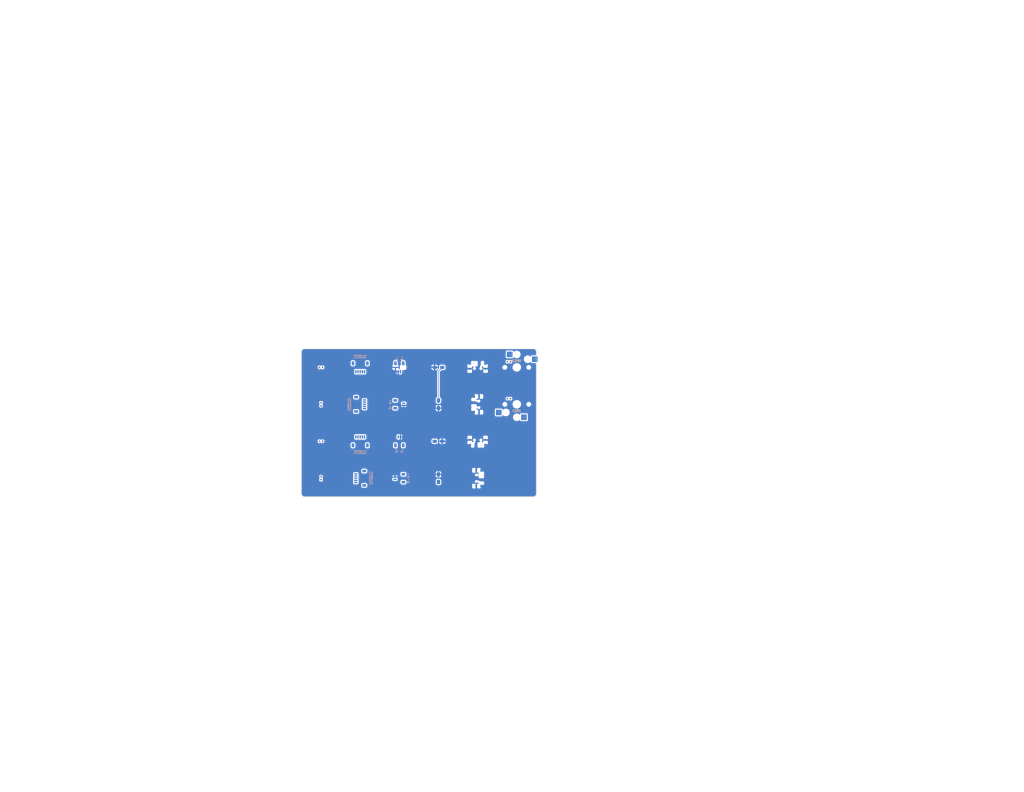
<source format=kicad_pcb>
(kicad_pcb (version 20171130) (host pcbnew 5.1.6)
  (title_block (title test) (rev v1.0.0) (company Unknown))
  (layers (0 F.Cu signal) (31 B.Cu signal) (34 B.Paste user) (35 F.Paste user) (36 B.SilkS user) (37 F.SilkS user) (38 B.Mask user) (39 F.Mask user) (44 Edge.Cuts user))
  (net 0 "")
  (net 1 "f")
  (net 2 "t")
  (net 3 "C5")
  (net 4 "C6")
  (net 5 "R0")
  (net 6 "R1")
  (net 7 "R2")
  (net 8 "BSLI")
  (net 9 "GND")
  (net 10 "RST")
  (net 11 "RAW")
  (net 12 "three")
  (net 13 "thre")
  (net 14 "C5R0D")
  (net 15 "C5R0")
  (net 16 "C5R1D")
  (net 17 "C5R1")
  (net 18 "x")
  (net 19 "y")
  (footprint "D_SOD-523" (layer "B.Cu") (at 0 -51 0)
    (fp_text reference "D1" hide)
    (fp_text value "D_SOD-523")
    (fp_line (start 0.7 0.6) (end -1.15 0.6) (layer "B.SilkS") (width 0.12))
    (fp_line (start 0.7 -0.6) (end -1.15 -0.6) (layer "B.SilkS") (width 0.12))
    (fp_line (start -1.15 -0.6) (end -1.15 0.6) (layer "B.SilkS") (width 0.12))
    (pad "1" smd rect (at -0.7 0 0) (size 0.6 0.7) (layers "B.Cu" "B.Paste" "B.Mask") (net 2 "t"))
    (pad "2" smd rect (at 0.7 0 0) (size 0.6 0.7) (layers "B.Cu" "B.Paste" "B.Mask") (net 1 "f"))
  )
  (footprint "D_SOD-523" (layer "B.Cu") (at 0 -34 90)
    (fp_text reference "D2" hide)
    (fp_text value "D_SOD-523")
    (fp_line (start 0.7 0.6) (end -1.15 0.6) (layer "B.SilkS") (width 0.12))
    (fp_line (start 0.7 -0.6) (end -1.15 -0.6) (layer "B.SilkS") (width 0.12))
    (fp_line (start -1.15 -0.6) (end -1.15 0.6) (layer "B.SilkS") (width 0.12))
    (pad "1" smd rect (at -0.7 0 90) (size 0.6 0.7) (layers "B.Cu" "B.Paste" "B.Mask") (net 2 "t"))
    (pad "2" smd rect (at 0.7 0 90) (size 0.6 0.7) (layers "B.Cu" "B.Paste" "B.Mask") (net 1 "f"))
  )
  (footprint "D_SOD-523" (layer "B.Cu") (at 0 -17 180)
    (fp_text reference "D3" hide)
    (fp_text value "D_SOD-523")
    (fp_line (start 0.7 0.6) (end -1.15 0.6) (layer "B.SilkS") (width 0.12))
    (fp_line (start 0.7 -0.6) (end -1.15 -0.6) (layer "B.SilkS") (width 0.12))
    (fp_line (start -1.15 -0.6) (end -1.15 0.6) (layer "B.SilkS") (width 0.12))
    (pad "1" smd rect (at -0.7 0 180) (size 0.6 0.7) (layers "B.Cu" "B.Paste" "B.Mask") (net 2 "t"))
    (pad "2" smd rect (at 0.7 0 180) (size 0.6 0.7) (layers "B.Cu" "B.Paste" "B.Mask") (net 1 "f"))
  )
  (footprint "D_SOD-523" (layer "B.Cu") (at 0 0 270)
    (fp_text reference "D4" hide)
    (fp_text value "D_SOD-523")
    (fp_line (start 0.7 0.6) (end -1.15 0.6) (layer "B.SilkS") (width 0.12))
    (fp_line (start 0.7 -0.6) (end -1.15 -0.6) (layer "B.SilkS") (width 0.12))
    (fp_line (start -1.15 -0.6) (end -1.15 0.6) (layer "B.SilkS") (width 0.12))
    (pad "1" smd rect (at -0.7 0 270) (size 0.6 0.7) (layers "B.Cu" "B.Paste" "B.Mask") (net 2 "t"))
    (pad "2" smd rect (at 0.7 0 270) (size 0.6 0.7) (layers "B.Cu" "B.Paste" "B.Mask") (net 1 "f"))
  )
  (footprint "JST_SH_SM05B-SRSS-TB_1x05-1MP_P1.00mm_Horizontal" (layer "B.Cu") (at 18 -51 0)
    (fp_text reference "JC1" hide)
    (fp_text user "R2" (at 2.4 -5 90 unlocked) (layer "B.SilkS"))
    (fp_text user "R1" (at 1.2 -5 90 unlocked) (layer "B.SilkS"))
    (fp_text user "R0" (at 0 -5 90 unlocked) (layer "B.SilkS"))
    (fp_text user "C6" (at -1.2 -5 90 unlocked) (layer "B.SilkS"))
    (fp_text user "C5" (at -2.4 -5 90 unlocked) (layer "B.SilkS"))
    (pad "5" smd roundrect (at 2 2 0) (size 0.6 1.55) (layers "B.Cu" "B.Paste" "B.Mask") (net 7 "R2"))
    (pad "4" smd roundrect (at 1 2 0) (size 0.6 1.55) (layers "B.Cu" "B.Paste" "B.Mask") (net 6 "R1"))
    (pad "3" smd roundrect (at 0 2 0) (size 0.6 1.55) (layers "B.Cu" "B.Paste" "B.Mask") (net 5 "R0"))
    (pad "2" smd roundrect (at -1 2 0) (size 0.6 1.55) (layers "B.Cu" "B.Paste" "B.Mask") (net 4 "C6"))
    (pad "1" smd roundrect (at -2 2 0) (size 0.6 1.55) (layers "B.Cu" "B.Paste" "B.Mask") (net 3 "C5"))
    (pad "MP" smd roundrect (at -3.3 -1.875 0) (size 1.2 1.8) (layers "B.Cu" "B.Paste" "B.Mask") (roundrect_rratio 0.208333))
    (pad "MP" smd roundrect (at 3.3 -1.875 0) (size 1.2 1.8) (layers "B.Cu" "B.Paste" "B.Mask") (roundrect_rratio 0.208333))
  )
  (footprint "JST_SH_SM05B-SRSS-TB_1x05-1MP_P1.00mm_Horizontal" (layer "B.Cu") (at 18 -34 90)
    (fp_text reference "JC2" hide)
    (fp_text user "R2" (at 2.4 -5 180 unlocked) (layer "B.SilkS"))
    (fp_text user "R1" (at 1.2 -5 180 unlocked) (layer "B.SilkS"))
    (fp_text user "R0" (at 0 -5 180 unlocked) (layer "B.SilkS"))
    (fp_text user "C6" (at -1.2 -5 180 unlocked) (layer "B.SilkS"))
    (fp_text user "C5" (at -2.4 -5 180 unlocked) (layer "B.SilkS"))
    (pad "5" smd roundrect (at 2 2 90) (size 0.6 1.55) (layers "B.Cu" "B.Paste" "B.Mask") (net 7 "R2"))
    (pad "4" smd roundrect (at 1 2 90) (size 0.6 1.55) (layers "B.Cu" "B.Paste" "B.Mask") (net 6 "R1"))
    (pad "3" smd roundrect (at 0 2 90) (size 0.6 1.55) (layers "B.Cu" "B.Paste" "B.Mask") (net 5 "R0"))
    (pad "2" smd roundrect (at -1 2 90) (size 0.6 1.55) (layers "B.Cu" "B.Paste" "B.Mask") (net 4 "C6"))
    (pad "1" smd roundrect (at -2 2 90) (size 0.6 1.55) (layers "B.Cu" "B.Paste" "B.Mask") (net 3 "C5"))
    (pad "MP" smd roundrect (at -3.3 -1.875 90) (size 1.2 1.8) (layers "B.Cu" "B.Paste" "B.Mask") (roundrect_rratio 0.208333))
    (pad "MP" smd roundrect (at 3.3 -1.875 90) (size 1.2 1.8) (layers "B.Cu" "B.Paste" "B.Mask") (roundrect_rratio 0.208333))
  )
  (footprint "JST_SH_SM05B-SRSS-TB_1x05-1MP_P1.00mm_Horizontal" (layer "B.Cu") (at 18 -17 180)
    (fp_text reference "JC3" hide)
    (fp_text user "R2" (at 2.4 -5 270 unlocked) (layer "B.SilkS"))
    (fp_text user "R1" (at 1.2 -5 270 unlocked) (layer "B.SilkS"))
    (fp_text user "R0" (at 0 -5 270 unlocked) (layer "B.SilkS"))
    (fp_text user "C6" (at -1.2 -5 270 unlocked) (layer "B.SilkS"))
    (fp_text user "C5" (at -2.4 -5 270 unlocked) (layer "B.SilkS"))
    (pad "5" smd roundrect (at 2 2 180) (size 0.6 1.55) (layers "B.Cu" "B.Paste" "B.Mask") (net 7 "R2"))
    (pad "4" smd roundrect (at 1 2 180) (size 0.6 1.55) (layers "B.Cu" "B.Paste" "B.Mask") (net 6 "R1"))
    (pad "3" smd roundrect (at 0 2 180) (size 0.6 1.55) (layers "B.Cu" "B.Paste" "B.Mask") (net 5 "R0"))
    (pad "2" smd roundrect (at -1 2 180) (size 0.6 1.55) (layers "B.Cu" "B.Paste" "B.Mask") (net 4 "C6"))
    (pad "1" smd roundrect (at -2 2 180) (size 0.6 1.55) (layers "B.Cu" "B.Paste" "B.Mask") (net 3 "C5"))
    (pad "MP" smd roundrect (at -3.3 -1.875 180) (size 1.2 1.8) (layers "B.Cu" "B.Paste" "B.Mask") (roundrect_rratio 0.208333))
    (pad "MP" smd roundrect (at 3.3 -1.875 180) (size 1.2 1.8) (layers "B.Cu" "B.Paste" "B.Mask") (roundrect_rratio 0.208333))
  )
  (footprint "JST_SH_SM05B-SRSS-TB_1x05-1MP_P1.00mm_Horizontal" (layer "B.Cu") (at 18 0 270)
    (fp_text reference "JC4" hide)
    (fp_text user "R2" (at 2.4 -5 360 unlocked) (layer "B.SilkS"))
    (fp_text user "R1" (at 1.2 -5 360 unlocked) (layer "B.SilkS"))
    (fp_text user "R0" (at 0 -5 360 unlocked) (layer "B.SilkS"))
    (fp_text user "C6" (at -1.2 -5 360 unlocked) (layer "B.SilkS"))
    (fp_text user "C5" (at -2.4 -5 360 unlocked) (layer "B.SilkS"))
    (pad "5" smd roundrect (at 2 2 270) (size 0.6 1.55) (layers "B.Cu" "B.Paste" "B.Mask") (net 7 "R2"))
    (pad "4" smd roundrect (at 1 2 270) (size 0.6 1.55) (layers "B.Cu" "B.Paste" "B.Mask") (net 6 "R1"))
    (pad "3" smd roundrect (at 0 2 270) (size 0.6 1.55) (layers "B.Cu" "B.Paste" "B.Mask") (net 5 "R0"))
    (pad "2" smd roundrect (at -1 2 270) (size 0.6 1.55) (layers "B.Cu" "B.Paste" "B.Mask") (net 4 "C6"))
    (pad "1" smd roundrect (at -2 2 270) (size 0.6 1.55) (layers "B.Cu" "B.Paste" "B.Mask") (net 3 "C5"))
    (pad "MP" smd roundrect (at -3.3 -1.875 270) (size 1.2 1.8) (layers "B.Cu" "B.Paste" "B.Mask") (roundrect_rratio 0.208333))
    (pad "MP" smd roundrect (at 3.3 -1.875 270) (size 1.2 1.8) (layers "B.Cu" "B.Paste" "B.Mask") (roundrect_rratio 0.208333))
  )
  (footprint "JST_SH_SM02B-SRSS-TB_1x02-1MP_P1.00mm_Horizontal" (layer "B.Cu") (at 36 -51 0)
    (fp_text reference "JB1" hide hide)
    (fp_text value "JST_SH_SM02B-SRSS-TB_1x02-1MP_P1.00mm_Horizontal" hide)
    (fp_text user "B+" (at 1.2 -4.2 90 unlocked) (layer "B.SilkS"))
    (fp_text user "B-" (at -1.2 -4.2 90 unlocked) (layer "B.SilkS"))
    (pad "2" smd roundrect (at 0.5 2 0) (size 0.6 1.55) (layers "B.Cu" "B.Paste" "B.Mask") (net 8 "BSLI"))
    (pad "1" smd roundrect (at -0.5 2 0) (size 0.6 1.55) (layers "B.Cu" "B.Paste" "B.Mask") (net 9 "GND"))
    (pad "MP" smd roundrect (at 1.8 -1.875 0) (size 1.2 1.8) (layers "B.Cu" "B.Paste" "B.Mask") (roundrect_rratio 0.208333))
    (pad "MP" smd roundrect (at -1.8 -1.875 0) (size 1.2 1.8) (layers "B.Cu" "B.Paste" "B.Mask") (roundrect_rratio 0.208333))
  )
  (footprint "JST_SH_SM02B-SRSS-TB_1x02-1MP_P1.00mm_Horizontal" (layer "B.Cu") (at 36 -34 90)
    (fp_text reference "JB2" hide hide)
    (fp_text value "JST_SH_SM02B-SRSS-TB_1x02-1MP_P1.00mm_Horizontal" hide)
    (fp_text user "B+" (at 1.2 -4.2 90 unlocked) (layer "B.SilkS"))
    (fp_text user "B-" (at -1.2 -4.2 90 unlocked) (layer "B.SilkS"))
    (pad "2" smd roundrect (at 0.5 2 90) (size 0.6 1.55) (layers "B.Cu" "B.Paste" "B.Mask") (net 8 "BSLI"))
    (pad "1" smd roundrect (at -0.5 2 90) (size 0.6 1.55) (layers "B.Cu" "B.Paste" "B.Mask") (net 9 "GND"))
    (pad "MP" smd roundrect (at 1.8 -1.875 90) (size 1.2 1.8) (layers "B.Cu" "B.Paste" "B.Mask") (roundrect_rratio 0.208333))
    (pad "MP" smd roundrect (at -1.8 -1.875 90) (size 1.2 1.8) (layers "B.Cu" "B.Paste" "B.Mask") (roundrect_rratio 0.208333))
  )
  (footprint "JST_SH_SM02B-SRSS-TB_1x02-1MP_P1.00mm_Horizontal" (layer "B.Cu") (at 36 -17 180)
    (fp_text reference "JB3" hide hide)
    (fp_text value "JST_SH_SM02B-SRSS-TB_1x02-1MP_P1.00mm_Horizontal" hide)
    (fp_text user "B+" (at 1.2 -4.2 90 unlocked) (layer "B.SilkS"))
    (fp_text user "B-" (at -1.2 -4.2 90 unlocked) (layer "B.SilkS"))
    (pad "2" smd roundrect (at 0.5 2 180) (size 0.6 1.55) (layers "B.Cu" "B.Paste" "B.Mask") (net 8 "BSLI"))
    (pad "1" smd roundrect (at -0.5 2 180) (size 0.6 1.55) (layers "B.Cu" "B.Paste" "B.Mask") (net 9 "GND"))
    (pad "MP" smd roundrect (at 1.8 -1.875 180) (size 1.2 1.8) (layers "B.Cu" "B.Paste" "B.Mask") (roundrect_rratio 0.208333))
    (pad "MP" smd roundrect (at -1.8 -1.875 180) (size 1.2 1.8) (layers "B.Cu" "B.Paste" "B.Mask") (roundrect_rratio 0.208333))
  )
  (footprint "JST_SH_SM02B-SRSS-TB_1x02-1MP_P1.00mm_Horizontal" (layer "B.Cu") (at 36 0 270)
    (fp_text reference "JB4" hide hide)
    (fp_text value "JST_SH_SM02B-SRSS-TB_1x02-1MP_P1.00mm_Horizontal" hide)
    (fp_text user "B+" (at 1.2 -4.2 90 unlocked) (layer "B.SilkS"))
    (fp_text user "B-" (at -1.2 -4.2 90 unlocked) (layer "B.SilkS"))
    (pad "2" smd roundrect (at 0.5 2 270) (size 0.6 1.55) (layers "B.Cu" "B.Paste" "B.Mask") (net 8 "BSLI"))
    (pad "1" smd roundrect (at -0.5 2 270) (size 0.6 1.55) (layers "B.Cu" "B.Paste" "B.Mask") (net 9 "GND"))
    (pad "MP" smd roundrect (at 1.8 -1.875 270) (size 1.2 1.8) (layers "B.Cu" "B.Paste" "B.Mask") (roundrect_rratio 0.208333))
    (pad "MP" smd roundrect (at -1.8 -1.875 270) (size 1.2 1.8) (layers "B.Cu" "B.Paste" "B.Mask") (roundrect_rratio 0.208333))
  )
  (module "b3u-1000P" (layer "B.Cu") (at 54 -51 0)
    (fp_text reference "SB1" hide)
    (fp_text value "b3u-1000P")
    (pad "1" smd roundrect (at -1.75 0 0) (size 2 1.524) (layers "B.Cu" "B.Paste" "B.Mask") (net 9 "GND"))
    (pad "2" smd roundrect (at 1.75 0 0) (size 2 1.512) (layers "B.Cu" "B.Paste" "B.Mask") (net 10 "RST"))
  )
  (module "b3u-1000P" (layer "B.Cu") (at 54 -34 90)
    (fp_text reference "SB2" hide)
    (fp_text value "b3u-1000P")
    (pad "1" smd roundrect (at -1.75 0 90) (size 2 1.524) (layers "B.Cu" "B.Paste" "B.Mask") (net 9 "GND"))
    (pad "2" smd roundrect (at 1.75 0 90) (size 2 1.512) (layers "B.Cu" "B.Paste" "B.Mask") (net 10 "RST"))
  )
  (module "b3u-1000P" (layer "B.Cu") (at 54 -17 180)
    (fp_text reference "SB3" hide)
    (fp_text value "b3u-1000P")
    (pad "1" smd roundrect (at -1.75 0 180) (size 2 1.524) (layers "B.Cu" "B.Paste" "B.Mask") (net 9 "GND"))
    (pad "2" smd roundrect (at 1.75 0 180) (size 2 1.512) (layers "B.Cu" "B.Paste" "B.Mask") (net 10 "RST"))
  )
  (module "b3u-1000P" (layer "B.Cu") (at 54 0 270)
    (fp_text reference "SB4" hide)
    (fp_text value "b3u-1000P")
    (pad "1" smd roundrect (at -1.75 0 270) (size 2 1.524) (layers "B.Cu" "B.Paste" "B.Mask") (net 9 "GND"))
    (pad "2" smd roundrect (at 1.75 0 270) (size 2 1.512) (layers "B.Cu" "B.Paste" "B.Mask") (net 10 "RST"))
  )
  (footprint "easyeda:SW-TH_MSK12C02-HB-1" (layer "F.Cu") (at 72 -51 0)
    (fp_text reference "SS1" hide)
    (fp_text value "SW-TH_MSK12C02-HB-1" hide)
    (pad "" np_thru_hole circle (at -1.5 -0.43 180) (size 0.9 0.9) (drill 0.9) (layers "*.Cu" "*.Mask"))
    (pad "" np_thru_hole circle (at 1.5 -0.43 180) (size 0.9 0.9) (drill 0.9) (layers "*.Cu" "*.Mask"))
    (pad "1" smd rect (at -2.25 1.82 90) (size 1.524 0.6) (layers "B.Cu" "B.Paste" "B.Mask") (net 11 "RAW"))
    (pad "2" smd rect (at 0.75 1.82 90) (size 1.524 0.6) (layers "B.Cu" "B.Paste" "B.Mask") (net 8 "BSLI"))
    (pad "3" smd rect (at 2.25 1.82 90) (size 1.524 0.6) (layers "B.Cu" "B.Paste" "B.Mask") (net 12 "three"))
    (pad "4" smd rect (at -3.6 -1.58 0) (size 1.2 0.7) (layers "B.Cu" "B.Paste" "B.Mask"))
    (pad "4" smd rect (at -3.6 0.72 0) (size 1.2 0.7) (layers "B.Cu" "B.Paste" "B.Mask"))
    (pad "4" smd rect (at 3.6 -1.58 0) (size 1.2 0.7) (layers "B.Cu" "B.Paste" "B.Mask"))
    (pad "4" smd rect (at 3.6 0.72 0) (size 1.2 0.7) (layers "B.Cu" "B.Paste" "B.Mask"))
  )
  (footprint "easyeda:SW-TH_MSK12C02-HB-1" (layer "F.Cu") (at 72 -34 90)
    (fp_text reference "SS2" hide)
    (fp_text value "SW-TH_MSK12C02-HB-1" hide)
    (pad "" np_thru_hole circle (at -1.5 -0.43 180) (size 0.9 0.9) (drill 0.9) (layers "*.Cu" "*.Mask"))
    (pad "" np_thru_hole circle (at 1.5 -0.43 180) (size 0.9 0.9) (drill 0.9) (layers "*.Cu" "*.Mask"))
    (pad "1" smd rect (at -2.25 1.82 180) (size 1.524 0.6) (layers "B.Cu" "B.Paste" "B.Mask") (net 11 "RAW"))
    (pad "2" smd rect (at 0.75 1.82 180) (size 1.524 0.6) (layers "B.Cu" "B.Paste" "B.Mask") (net 8 "BSLI"))
    (pad "3" smd rect (at 2.25 1.82 180) (size 1.524 0.6) (layers "B.Cu" "B.Paste" "B.Mask") (net 12 "three"))
    (pad "4" smd rect (at -3.6 -1.58 90) (size 1.2 0.7) (layers "B.Cu" "B.Paste" "B.Mask"))
    (pad "4" smd rect (at -3.6 0.72 90) (size 1.2 0.7) (layers "B.Cu" "B.Paste" "B.Mask"))
    (pad "4" smd rect (at 3.6 -1.58 90) (size 1.2 0.7) (layers "B.Cu" "B.Paste" "B.Mask"))
    (pad "4" smd rect (at 3.6 0.72 90) (size 1.2 0.7) (layers "B.Cu" "B.Paste" "B.Mask"))
  )
  (footprint "easyeda:SW-TH_MSK12C02-HB-1" (layer "F.Cu") (at 72 -17 180)
    (fp_text reference "SS3" hide)
    (fp_text value "SW-TH_MSK12C02-HB-1" hide)
    (pad "" np_thru_hole circle (at -1.5 -0.43 180) (size 0.9 0.9) (drill 0.9) (layers "*.Cu" "*.Mask"))
    (pad "" np_thru_hole circle (at 1.5 -0.43 180) (size 0.9 0.9) (drill 0.9) (layers "*.Cu" "*.Mask"))
    (pad "1" smd rect (at -2.25 1.82 270) (size 1.524 0.6) (layers "B.Cu" "B.Paste" "B.Mask") (net 11 "RAW"))
    (pad "2" smd rect (at 0.75 1.82 270) (size 1.524 0.6) (layers "B.Cu" "B.Paste" "B.Mask") (net 8 "BSLI"))
    (pad "3" smd rect (at 2.25 1.82 270) (size 1.524 0.6) (layers "B.Cu" "B.Paste" "B.Mask") (net 12 "three"))
    (pad "4" smd rect (at -3.6 -1.58 180) (size 1.2 0.7) (layers "B.Cu" "B.Paste" "B.Mask"))
    (pad "4" smd rect (at -3.6 0.72 180) (size 1.2 0.7) (layers "B.Cu" "B.Paste" "B.Mask"))
    (pad "4" smd rect (at 3.6 -1.58 180) (size 1.2 0.7) (layers "B.Cu" "B.Paste" "B.Mask"))
    (pad "4" smd rect (at 3.6 0.72 180) (size 1.2 0.7) (layers "B.Cu" "B.Paste" "B.Mask"))
  )
  (footprint "easyeda:SW-TH_MSK12C02-HB-1" (layer "F.Cu") (at 72 0 270)
    (fp_text reference "SS4" hide)
    (fp_text value "SW-TH_MSK12C02-HB-1" hide)
    (pad "" np_thru_hole circle (at -1.5 -0.43 180) (size 0.9 0.9) (drill 0.9) (layers "*.Cu" "*.Mask"))
    (pad "" np_thru_hole circle (at 1.5 -0.43 180) (size 0.9 0.9) (drill 0.9) (layers "*.Cu" "*.Mask"))
    (pad "1" smd rect (at -2.25 1.82 360) (size 1.524 0.6) (layers "B.Cu" "B.Paste" "B.Mask") (net 11 "RAW"))
    (pad "2" smd rect (at 0.75 1.82 360) (size 1.524 0.6) (layers "B.Cu" "B.Paste" "B.Mask") (net 8 "BSLI"))
    (pad "3" smd rect (at 2.25 1.82 360) (size 1.524 0.6) (layers "B.Cu" "B.Paste" "B.Mask") (net 13 "thre"))
    (pad "4" smd rect (at -3.6 -1.58 270) (size 1.2 0.7) (layers "B.Cu" "B.Paste" "B.Mask"))
    (pad "4" smd rect (at -3.6 0.72 270) (size 1.2 0.7) (layers "B.Cu" "B.Paste" "B.Mask"))
    (pad "4" smd rect (at 3.6 -1.58 270) (size 1.2 0.7) (layers "B.Cu" "B.Paste" "B.Mask"))
    (pad "4" smd rect (at 3.6 0.72 270) (size 1.2 0.7) (layers "B.Cu" "B.Paste" "B.Mask"))
  )
  (footprint "Kailh_socket_PG1350_no_silk" (layer "B.Cu") (at 90 -51 180)
    (fp_text reference "S1" hide)
    (fp_text user C5R0 (at -0 3 180) (layer F.SilkS))
    (fp_text user C5R0 (at -0 3 180) (layer B.SilkS))
    (pad "" np_thru_hole circle (at 0 0) (size 3.429 3.429) (drill 3.429) (layers *.Cu *.Mask))
    (pad "" np_thru_hole circle (at 5.5 0) (size 1.7018 1.7018) (drill 1.7018) (layers *.Cu *.Mask))
    (pad "" np_thru_hole circle (at -5.5 0) (size 1.7018 1.7018) (drill 1.7018) (layers *.Cu *.Mask))
    (pad "" np_thru_hole circle (at -5 3.75) (size 3 3) (drill 3) (layers *.Cu *.Mask))
    (pad "" np_thru_hole circle (at 0 5.95) (size 3 3) (drill 3) (layers *.Cu *.Mask))
    (pad "1" smd rect (at 3.275 5.95) (size 2.6 2.6) (layers "B.Cu" "B.Paste" "B.Mask") (net 14 "C5R0D"))
    (pad "2" smd rect (at -8.275 3.75) (size 2.6 2.6) (layers "B.Cu" "B.Paste" "B.Mask") (net 3 "C5"))
    (pad "3" thru_hole circle (at 3.275 5.95) (size 0.6 0.6) (drill 0.3) (layers *.Cu) (net 14 "C5R0D"))
    (pad "4" thru_hole circle (at -8.275 3.75) (size 0.6 0.6) (drill 0.3) (layers *.Cu) (net 3 "C5"))
  )
  (footprint "D_SOD-523" (layer "B.Cu") (at 86.4 -53.6 180)
    (fp_text reference "D5" hide)
    (fp_text value "D_SOD-523")
    (fp_line (start 0.7 0.6) (end -1.15 0.6) (layer "B.SilkS") (width 0.12))
    (fp_line (start 0.7 -0.6) (end -1.15 -0.6) (layer "B.SilkS") (width 0.12))
    (fp_line (start -1.15 -0.6) (end -1.15 0.6) (layer "B.SilkS") (width 0.12))
    (pad "1" smd rect (at -0.7 0 180) (size 0.6 0.7) (layers "B.Cu" "B.Paste" "B.Mask") (net 5 "R0"))
    (pad "2" smd rect (at 0.7 0 180) (size 0.6 0.7) (layers "B.Cu" "B.Paste" "B.Mask") (net 14 "C5R0D"))
  )
  (footprint "Kailh_socket_PG1350_no_silk" (layer "B.Cu") (at 90 -34 0)
    (fp_text reference "S2" hide)
    (fp_text user C5R1 (at -0 3 0) (layer F.SilkS))
    (fp_text user C5R1 (at -0 3 0) (layer B.SilkS))
    (pad "" np_thru_hole circle (at 0 0) (size 3.429 3.429) (drill 3.429) (layers *.Cu *.Mask))
    (pad "" np_thru_hole circle (at 5.5 0) (size 1.7018 1.7018) (drill 1.7018) (layers *.Cu *.Mask))
    (pad "" np_thru_hole circle (at -5.5 0) (size 1.7018 1.7018) (drill 1.7018) (layers *.Cu *.Mask))
    (pad "" np_thru_hole circle (at -5 3.75) (size 3 3) (drill 3) (layers *.Cu *.Mask))
    (pad "" np_thru_hole circle (at 0 5.95) (size 3 3) (drill 3) (layers *.Cu *.Mask))
    (pad "1" smd rect (at 3.275 5.95) (size 2.6 2.6) (layers "B.Cu" "B.Paste" "B.Mask") (net 16 "C5R1D"))
    (pad "2" smd rect (at -8.275 3.75) (size 2.6 2.6) (layers "B.Cu" "B.Paste" "B.Mask") (net 3 "C5"))
    (pad "3" thru_hole circle (at 3.275 5.95) (size 0.6 0.6) (drill 0.3) (layers *.Cu) (net 16 "C5R1D"))
    (pad "4" thru_hole circle (at -8.275 3.75) (size 0.6 0.6) (drill 0.3) (layers *.Cu) (net 3 "C5"))
  )
  (footprint "D_SOD-523" (layer "B.Cu") (at 86.4 -36.6 0)
    (fp_text reference "D6" hide)
    (fp_text value "D_SOD-523")
    (fp_line (start 0.7 0.6) (end -1.15 0.6) (layer "B.SilkS") (width 0.12))
    (fp_line (start 0.7 -0.6) (end -1.15 -0.6) (layer "B.SilkS") (width 0.12))
    (fp_line (start -1.15 -0.6) (end -1.15 0.6) (layer "B.SilkS") (width 0.12))
    (pad "1" smd rect (at -0.7 0 0) (size 0.6 0.7) (layers "B.Cu" "B.Paste" "B.Mask") (net 6 "R1"))
    (pad "2" smd rect (at 0.7 0 0) (size 0.6 0.7) (layers "B.Cu" "B.Paste" "B.Mask") (net 16 "C5R1D"))
  )
  (footprint "somelogo" (layer "F.SilkS") (at 60 -51 0)
    (fp_text reference "T1" hide)
    (fp_text value "x")
  )
  (footprint "somelogo" (layer "F.SilkS") (at 0 -71 0)
    (fp_text reference "T2" hide)
    (fp_text value "y")
  )
  (gr_line (start -7.5 8.5) (end 97.5 8.5) (angle 90) (layer Edge.Cuts) (width 0.15))
  (gr_line (start -9 7) (end -9 -58) (angle 90) (layer Edge.Cuts) (width 0.15))
  (gr_line (start -7.5 -59.5) (end 97.5 -59.5) (angle 90) (layer Edge.Cuts) (width 0.15))
  (gr_line (start 99 7) (end 99 -58) (angle 90) (layer Edge.Cuts) (width 0.15))
  (gr_arc (start 97.5 7) (end 97.5 8.5) (angle -90) (layer Edge.Cuts) (width 0.15))
  (gr_arc (start 97.5 -58) (end 99 -58) (angle -90) (layer Edge.Cuts) (width 0.15))
  (gr_arc (start -7.5 -58) (end -7.5 -59.5) (angle -90) (layer Edge.Cuts) (width 0.15))
  (gr_arc (start -7.5 7) (end -9 7) (angle -90) (layer Edge.Cuts) (width 0.15))
  (segment (start 54 -35.75) (end 54 -49.25) (width 0.25) (layer "B.Cu") (net 10))
  (segment (start 54 -49.25) (end 55.75 -51) (width 0.25) (layer "B.Cu") (net 10))
  (zone (net 9) (net_name "GND") (layers "F&B.Cu") (connect_pads (clearance 0.508)) (min_thickness 0.25) (fill yes (thermal_gap 0.5) (thermal_bridge_width 0.5))
    (polygon (pts (xy -146.9 -218.7) (xy -147.6 134.9) (xy 323.2 144.3) (xy 272.6 -220)))
  )
)
</source>
